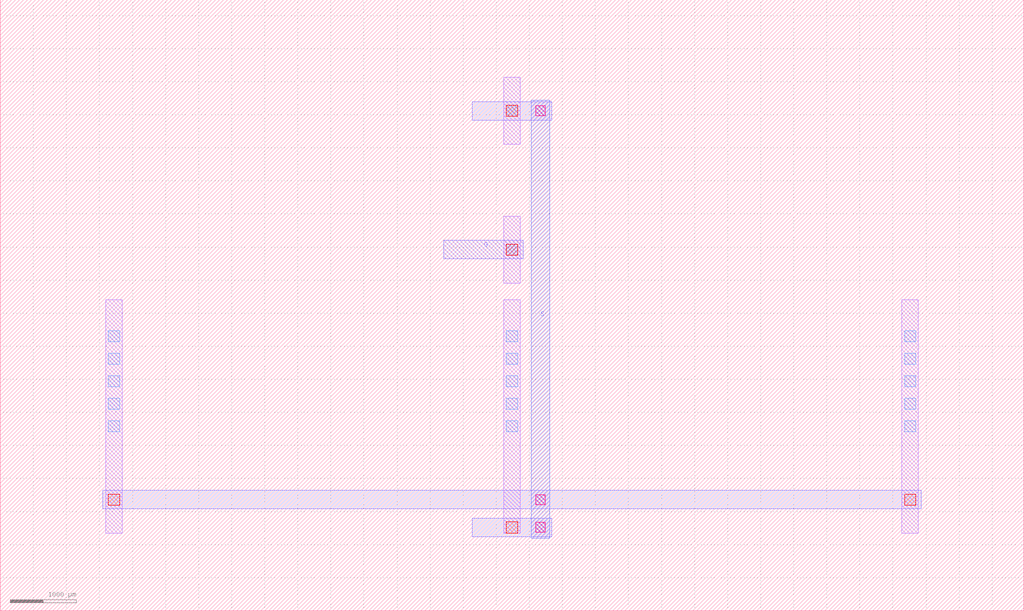
<source format=lef>
MACRO CCP_PMOS_B_53083828_X1_Y1
  UNITS 
    DATABASE MICRONS UNITS 1000;
  END UNITS 
  ORIGIN 0 0 ;
  FOREIGN CCP_PMOS_B_53083828_X1_Y1 0 0 ;
  SIZE 5160 BY 9240 ;
  PIN B
    DIRECTION INOUT ;
    USE SIGNAL ;
    PORT
      LAYER M2 ;
        RECT 1980 7420 3180 7700 ;
    END
  END B
  PIN DA
    DIRECTION INOUT ;
    USE SIGNAL ;
    PORT
      LAYER M3 ;
        RECT 2010 1100 2290 5620 ;
    END
  END DA
  PIN DB
    DIRECTION INOUT ;
    USE SIGNAL ;
    PORT
      LAYER M3 ;
        RECT 2440 1520 2720 6040 ;
    END
  END DB
  PIN S
    DIRECTION INOUT ;
    USE SIGNAL ;
    PORT
      LAYER M2 ;
        RECT 1550 1960 3610 2240 ;
    END
  END S
  OBS
    LAYER M1 ;
      RECT 2025 1175 2275 4705 ;
    LAYER M1 ;
      RECT 2025 4955 2275 5965 ;
    LAYER M1 ;
      RECT 2025 7055 2275 8065 ;
    LAYER M1 ;
      RECT 1595 1175 1845 4705 ;
    LAYER M1 ;
      RECT 2455 1175 2705 4705 ;
    LAYER M1 ;
      RECT 2885 1175 3135 4705 ;
    LAYER M1 ;
      RECT 2885 4955 3135 5965 ;
    LAYER M1 ;
      RECT 2885 7055 3135 8065 ;
    LAYER M1 ;
      RECT 3315 1175 3565 4705 ;
    LAYER M2 ;
      RECT 1120 1120 2320 1400 ;
    LAYER M2 ;
      RECT 1980 5320 3180 5600 ;
    LAYER M2 ;
      RECT 1980 1540 3180 1820 ;
    LAYER M2 ;
      RECT 1550 5740 2750 6020 ;
    LAYER V1 ;
      RECT 2065 1175 2235 1345 ;
    LAYER V1 ;
      RECT 2065 5795 2235 5965 ;
    LAYER V1 ;
      RECT 2065 7475 2235 7645 ;
    LAYER V1 ;
      RECT 2925 1595 3095 1765 ;
    LAYER V1 ;
      RECT 2925 5375 3095 5545 ;
    LAYER V1 ;
      RECT 2925 7475 3095 7645 ;
    LAYER V1 ;
      RECT 1635 2015 1805 2185 ;
    LAYER V1 ;
      RECT 2495 2015 2665 2185 ;
    LAYER V1 ;
      RECT 3355 2015 3525 2185 ;
    LAYER V2 ;
      RECT 2075 1185 2225 1335 ;
    LAYER V2 ;
      RECT 2075 5385 2225 5535 ;
    LAYER V2 ;
      RECT 2505 1605 2655 1755 ;
    LAYER V2 ;
      RECT 2505 5805 2655 5955 ;
    LAYER V0 ;
      RECT 2065 3545 2235 3715 ;
    LAYER V0 ;
      RECT 2065 5375 2235 5545 ;
    LAYER V0 ;
      RECT 2065 7475 2235 7645 ;
    LAYER V0 ;
      RECT 1635 3545 1805 3715 ;
    LAYER V0 ;
      RECT 2495 3545 2665 3715 ;
    LAYER V0 ;
      RECT 2495 3545 2665 3715 ;
    LAYER V0 ;
      RECT 2925 3545 3095 3715 ;
    LAYER V0 ;
      RECT 2925 5375 3095 5545 ;
    LAYER V0 ;
      RECT 2925 7475 3095 7645 ;
    LAYER V0 ;
      RECT 3355 3545 3525 3715 ;
  END
END CCP_PMOS_B_53083828_X1_Y1
MACRO DP_PMOS_B_25364157_X1_Y1
  UNITS 
    DATABASE MICRONS UNITS 1000;
  END UNITS 
  ORIGIN 0 0 ;
  FOREIGN DP_PMOS_B_25364157_X1_Y1 0 0 ;
  SIZE 5160 BY 9240 ;
  PIN B
    DIRECTION INOUT ;
    USE SIGNAL ;
    PORT
      LAYER M2 ;
        RECT 1980 7420 3180 7700 ;
    END
  END B
  PIN DA
    DIRECTION INOUT ;
    USE SIGNAL ;
    PORT
      LAYER M2 ;
        RECT 1120 1120 2320 1400 ;
    END
  END DA
  PIN DB
    DIRECTION INOUT ;
    USE SIGNAL ;
    PORT
      LAYER M2 ;
        RECT 1980 1540 3180 1820 ;
    END
  END DB
  PIN GA
    DIRECTION INOUT ;
    USE SIGNAL ;
    PORT
      LAYER M2 ;
        RECT 1120 5320 2320 5600 ;
    END
  END GA
  PIN GB
    DIRECTION INOUT ;
    USE SIGNAL ;
    PORT
      LAYER M2 ;
        RECT 1980 5740 3180 6020 ;
    END
  END GB
  PIN S
    DIRECTION INOUT ;
    USE SIGNAL ;
    PORT
      LAYER M2 ;
        RECT 1550 1960 3610 2240 ;
    END
  END S
  OBS
    LAYER M1 ;
      RECT 2025 1175 2275 4705 ;
    LAYER M1 ;
      RECT 2025 4955 2275 5965 ;
    LAYER M1 ;
      RECT 2025 7055 2275 8065 ;
    LAYER M1 ;
      RECT 1595 1175 1845 4705 ;
    LAYER M1 ;
      RECT 2455 1175 2705 4705 ;
    LAYER M1 ;
      RECT 2885 1175 3135 4705 ;
    LAYER M1 ;
      RECT 2885 4955 3135 5965 ;
    LAYER M1 ;
      RECT 2885 7055 3135 8065 ;
    LAYER M1 ;
      RECT 3315 1175 3565 4705 ;
    LAYER V1 ;
      RECT 2065 1175 2235 1345 ;
    LAYER V1 ;
      RECT 2065 5375 2235 5545 ;
    LAYER V1 ;
      RECT 2065 7475 2235 7645 ;
    LAYER V1 ;
      RECT 2925 1595 3095 1765 ;
    LAYER V1 ;
      RECT 2925 5795 3095 5965 ;
    LAYER V1 ;
      RECT 2925 7475 3095 7645 ;
    LAYER V1 ;
      RECT 1635 2015 1805 2185 ;
    LAYER V1 ;
      RECT 2495 2015 2665 2185 ;
    LAYER V1 ;
      RECT 3355 2015 3525 2185 ;
    LAYER V0 ;
      RECT 2065 3125 2235 3295 ;
    LAYER V0 ;
      RECT 2065 3465 2235 3635 ;
    LAYER V0 ;
      RECT 2065 3805 2235 3975 ;
    LAYER V0 ;
      RECT 2065 5375 2235 5545 ;
    LAYER V0 ;
      RECT 2065 7475 2235 7645 ;
    LAYER V0 ;
      RECT 1635 3125 1805 3295 ;
    LAYER V0 ;
      RECT 1635 3465 1805 3635 ;
    LAYER V0 ;
      RECT 1635 3805 1805 3975 ;
    LAYER V0 ;
      RECT 2495 3125 2665 3295 ;
    LAYER V0 ;
      RECT 2495 3125 2665 3295 ;
    LAYER V0 ;
      RECT 2495 3465 2665 3635 ;
    LAYER V0 ;
      RECT 2495 3465 2665 3635 ;
    LAYER V0 ;
      RECT 2495 3805 2665 3975 ;
    LAYER V0 ;
      RECT 2495 3805 2665 3975 ;
    LAYER V0 ;
      RECT 2925 3125 3095 3295 ;
    LAYER V0 ;
      RECT 2925 3465 3095 3635 ;
    LAYER V0 ;
      RECT 2925 3805 3095 3975 ;
    LAYER V0 ;
      RECT 2925 5375 3095 5545 ;
    LAYER V0 ;
      RECT 2925 7475 3095 7645 ;
    LAYER V0 ;
      RECT 3355 3125 3525 3295 ;
    LAYER V0 ;
      RECT 3355 3465 3525 3635 ;
    LAYER V0 ;
      RECT 3355 3805 3525 3975 ;
  END
END DP_PMOS_B_25364157_X1_Y1
MACRO DCAP_PMOS_57222488_X1_Y1
  UNITS 
    DATABASE MICRONS UNITS 1000;
  END UNITS 
  ORIGIN 0 0 ;
  FOREIGN DCAP_PMOS_57222488_X1_Y1 0 0 ;
  SIZE 15480 BY 9240 ;
  PIN G
    DIRECTION INOUT ;
    USE SIGNAL ;
    PORT
      LAYER M2 ;
        RECT 6710 5320 7910 5600 ;
    END
  END G
  PIN S
    DIRECTION INOUT ;
    USE SIGNAL ;
    PORT
      LAYER M3 ;
        RECT 8030 1100 8310 7720 ;
    END
  END S
  OBS
    LAYER M1 ;
      RECT 7615 1175 7865 4705 ;
    LAYER M1 ;
      RECT 7615 4955 7865 5965 ;
    LAYER M1 ;
      RECT 7615 7055 7865 8065 ;
    LAYER M1 ;
      RECT 1595 1175 1845 4705 ;
    LAYER M1 ;
      RECT 13635 1175 13885 4705 ;
    LAYER M2 ;
      RECT 7140 7420 8340 7700 ;
    LAYER M2 ;
      RECT 7140 1120 8340 1400 ;
    LAYER M2 ;
      RECT 1550 1540 13930 1820 ;
    LAYER V1 ;
      RECT 7655 1175 7825 1345 ;
    LAYER V1 ;
      RECT 7655 5375 7825 5545 ;
    LAYER V1 ;
      RECT 7655 7475 7825 7645 ;
    LAYER V1 ;
      RECT 1635 1595 1805 1765 ;
    LAYER V1 ;
      RECT 13675 1595 13845 1765 ;
    LAYER V2 ;
      RECT 8095 1185 8245 1335 ;
    LAYER V2 ;
      RECT 8095 1605 8245 1755 ;
    LAYER V2 ;
      RECT 8095 7485 8245 7635 ;
    LAYER V0 ;
      RECT 7655 2705 7825 2875 ;
    LAYER V0 ;
      RECT 7655 3045 7825 3215 ;
    LAYER V0 ;
      RECT 7655 3385 7825 3555 ;
    LAYER V0 ;
      RECT 7655 3725 7825 3895 ;
    LAYER V0 ;
      RECT 7655 4065 7825 4235 ;
    LAYER V0 ;
      RECT 7655 5375 7825 5545 ;
    LAYER V0 ;
      RECT 7655 7475 7825 7645 ;
    LAYER V0 ;
      RECT 1635 2705 1805 2875 ;
    LAYER V0 ;
      RECT 1635 3045 1805 3215 ;
    LAYER V0 ;
      RECT 1635 3385 1805 3555 ;
    LAYER V0 ;
      RECT 1635 3725 1805 3895 ;
    LAYER V0 ;
      RECT 1635 4065 1805 4235 ;
    LAYER V0 ;
      RECT 13675 2705 13845 2875 ;
    LAYER V0 ;
      RECT 13675 3045 13845 3215 ;
    LAYER V0 ;
      RECT 13675 3385 13845 3555 ;
    LAYER V0 ;
      RECT 13675 3725 13845 3895 ;
    LAYER V0 ;
      RECT 13675 4065 13845 4235 ;
  END
END DCAP_PMOS_57222488_X1_Y1
MACRO CCP_NMOS_B_26073270_X1_Y1
  UNITS 
    DATABASE MICRONS UNITS 1000;
  END UNITS 
  ORIGIN 0 0 ;
  FOREIGN CCP_NMOS_B_26073270_X1_Y1 0 0 ;
  SIZE 5160 BY 9240 ;
  PIN B
    DIRECTION INOUT ;
    USE SIGNAL ;
    PORT
      LAYER M2 ;
        RECT 1980 7420 3180 7700 ;
    END
  END B
  PIN DA
    DIRECTION INOUT ;
    USE SIGNAL ;
    PORT
      LAYER M3 ;
        RECT 2010 1100 2290 5620 ;
    END
  END DA
  PIN DB
    DIRECTION INOUT ;
    USE SIGNAL ;
    PORT
      LAYER M3 ;
        RECT 2440 1520 2720 6040 ;
    END
  END DB
  PIN S
    DIRECTION INOUT ;
    USE SIGNAL ;
    PORT
      LAYER M2 ;
        RECT 1550 1960 3610 2240 ;
    END
  END S
  OBS
    LAYER M1 ;
      RECT 2025 1175 2275 4705 ;
    LAYER M1 ;
      RECT 2025 4955 2275 5965 ;
    LAYER M1 ;
      RECT 2025 7055 2275 8065 ;
    LAYER M1 ;
      RECT 1595 1175 1845 4705 ;
    LAYER M1 ;
      RECT 2455 1175 2705 4705 ;
    LAYER M1 ;
      RECT 2885 1175 3135 4705 ;
    LAYER M1 ;
      RECT 2885 4955 3135 5965 ;
    LAYER M1 ;
      RECT 2885 7055 3135 8065 ;
    LAYER M1 ;
      RECT 3315 1175 3565 4705 ;
    LAYER M2 ;
      RECT 1120 1120 2320 1400 ;
    LAYER M2 ;
      RECT 1980 5320 3180 5600 ;
    LAYER M2 ;
      RECT 1980 1540 3180 1820 ;
    LAYER M2 ;
      RECT 1550 5740 2750 6020 ;
    LAYER V1 ;
      RECT 2065 1175 2235 1345 ;
    LAYER V1 ;
      RECT 2065 5795 2235 5965 ;
    LAYER V1 ;
      RECT 2065 7475 2235 7645 ;
    LAYER V1 ;
      RECT 2925 1595 3095 1765 ;
    LAYER V1 ;
      RECT 2925 5375 3095 5545 ;
    LAYER V1 ;
      RECT 2925 7475 3095 7645 ;
    LAYER V1 ;
      RECT 1635 2015 1805 2185 ;
    LAYER V1 ;
      RECT 2495 2015 2665 2185 ;
    LAYER V1 ;
      RECT 3355 2015 3525 2185 ;
    LAYER V2 ;
      RECT 2075 1185 2225 1335 ;
    LAYER V2 ;
      RECT 2075 5385 2225 5535 ;
    LAYER V2 ;
      RECT 2505 1605 2655 1755 ;
    LAYER V2 ;
      RECT 2505 5805 2655 5955 ;
    LAYER V0 ;
      RECT 2065 3545 2235 3715 ;
    LAYER V0 ;
      RECT 2065 5375 2235 5545 ;
    LAYER V0 ;
      RECT 2065 7475 2235 7645 ;
    LAYER V0 ;
      RECT 1635 3545 1805 3715 ;
    LAYER V0 ;
      RECT 2495 3545 2665 3715 ;
    LAYER V0 ;
      RECT 2495 3545 2665 3715 ;
    LAYER V0 ;
      RECT 2925 3545 3095 3715 ;
    LAYER V0 ;
      RECT 2925 5375 3095 5545 ;
    LAYER V0 ;
      RECT 2925 7475 3095 7645 ;
    LAYER V0 ;
      RECT 3355 3545 3525 3715 ;
  END
END CCP_NMOS_B_26073270_X1_Y1
MACRO DP_NMOS_B_83449181_X1_Y1
  UNITS 
    DATABASE MICRONS UNITS 1000;
  END UNITS 
  ORIGIN 0 0 ;
  FOREIGN DP_NMOS_B_83449181_X1_Y1 0 0 ;
  SIZE 5160 BY 9240 ;
  PIN B
    DIRECTION INOUT ;
    USE SIGNAL ;
    PORT
      LAYER M2 ;
        RECT 1980 7420 3180 7700 ;
    END
  END B
  PIN DA
    DIRECTION INOUT ;
    USE SIGNAL ;
    PORT
      LAYER M2 ;
        RECT 1120 1120 2320 1400 ;
    END
  END DA
  PIN DB
    DIRECTION INOUT ;
    USE SIGNAL ;
    PORT
      LAYER M2 ;
        RECT 1980 1540 3180 1820 ;
    END
  END DB
  PIN GA
    DIRECTION INOUT ;
    USE SIGNAL ;
    PORT
      LAYER M2 ;
        RECT 1120 5320 2320 5600 ;
    END
  END GA
  PIN GB
    DIRECTION INOUT ;
    USE SIGNAL ;
    PORT
      LAYER M2 ;
        RECT 1980 5740 3180 6020 ;
    END
  END GB
  PIN S
    DIRECTION INOUT ;
    USE SIGNAL ;
    PORT
      LAYER M2 ;
        RECT 1550 1960 3610 2240 ;
    END
  END S
  OBS
    LAYER M1 ;
      RECT 2025 1175 2275 4705 ;
    LAYER M1 ;
      RECT 2025 4955 2275 5965 ;
    LAYER M1 ;
      RECT 2025 7055 2275 8065 ;
    LAYER M1 ;
      RECT 1595 1175 1845 4705 ;
    LAYER M1 ;
      RECT 2455 1175 2705 4705 ;
    LAYER M1 ;
      RECT 2885 1175 3135 4705 ;
    LAYER M1 ;
      RECT 2885 4955 3135 5965 ;
    LAYER M1 ;
      RECT 2885 7055 3135 8065 ;
    LAYER M1 ;
      RECT 3315 1175 3565 4705 ;
    LAYER V1 ;
      RECT 2065 1175 2235 1345 ;
    LAYER V1 ;
      RECT 2065 5375 2235 5545 ;
    LAYER V1 ;
      RECT 2065 7475 2235 7645 ;
    LAYER V1 ;
      RECT 2925 1595 3095 1765 ;
    LAYER V1 ;
      RECT 2925 5795 3095 5965 ;
    LAYER V1 ;
      RECT 2925 7475 3095 7645 ;
    LAYER V1 ;
      RECT 1635 2015 1805 2185 ;
    LAYER V1 ;
      RECT 2495 2015 2665 2185 ;
    LAYER V1 ;
      RECT 3355 2015 3525 2185 ;
    LAYER V0 ;
      RECT 2065 3335 2235 3505 ;
    LAYER V0 ;
      RECT 2065 3675 2235 3845 ;
    LAYER V0 ;
      RECT 2065 5375 2235 5545 ;
    LAYER V0 ;
      RECT 2065 7475 2235 7645 ;
    LAYER V0 ;
      RECT 1635 3335 1805 3505 ;
    LAYER V0 ;
      RECT 1635 3675 1805 3845 ;
    LAYER V0 ;
      RECT 2495 3335 2665 3505 ;
    LAYER V0 ;
      RECT 2495 3335 2665 3505 ;
    LAYER V0 ;
      RECT 2495 3675 2665 3845 ;
    LAYER V0 ;
      RECT 2495 3675 2665 3845 ;
    LAYER V0 ;
      RECT 2925 3335 3095 3505 ;
    LAYER V0 ;
      RECT 2925 3675 3095 3845 ;
    LAYER V0 ;
      RECT 2925 5375 3095 5545 ;
    LAYER V0 ;
      RECT 2925 7475 3095 7645 ;
    LAYER V0 ;
      RECT 3355 3335 3525 3505 ;
    LAYER V0 ;
      RECT 3355 3675 3525 3845 ;
  END
END DP_NMOS_B_83449181_X1_Y1

</source>
